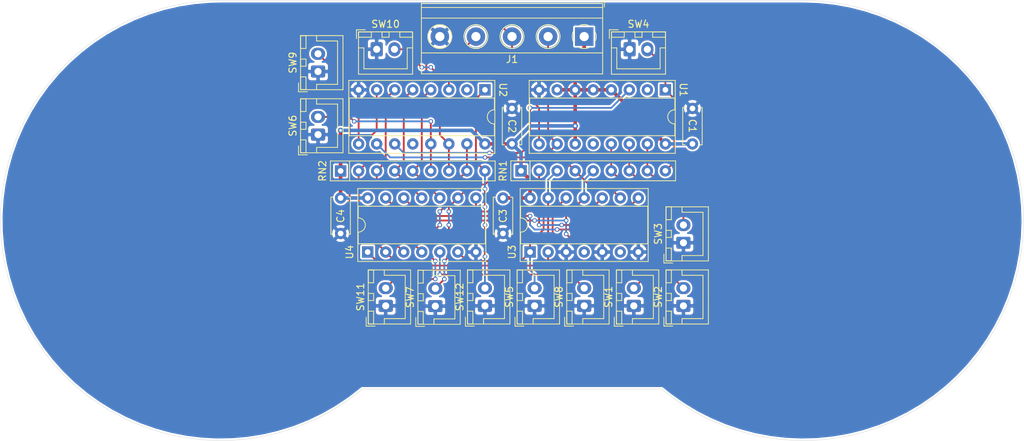
<source format=kicad_pcb>
(kicad_pcb (version 20171130) (host pcbnew 5.1.5)
  (layers (0 F.Cu signal) (31 B.Cu signal) (34 B.Paste user) (35 F.Paste user) (36 B.SilkS user) (37 F.SilkS user) (38 B.Mask user) (39 F.Mask user) (44 Edge.Cuts user))
  (net 0 "")
  (net 1 GND)
  (net 2 +5V)
  (net 3 /SNES_OUT)
  (net 4 /SNES_LAT)
  (net 5 /SNES_CLK)
  (net 6 "Net-(RN1-Pad9)")
  (net 7 "Net-(RN1-Pad8)")
  (net 8 "Net-(RN1-Pad7)")
  (net 9 "Net-(RN1-Pad6)")
  (net 10 "Net-(RN1-Pad5)")
  (net 11 "Net-(RN1-Pad4)")
  (net 12 "Net-(RN1-Pad3)")
  (net 13 "Net-(RN1-Pad2)")
  (net 14 "Net-(RN2-Pad9)")
  (net 15 "Net-(RN2-Pad8)")
  (net 16 "Net-(RN2-Pad7)")
  (net 17 "Net-(RN2-Pad6)")
  (net 18 "Net-(U1-Pad12)")
  (net 19 "Net-(U1-Pad3)")
  (net 20 "Net-(U1-Pad2)")
  (net 21 "Net-(U2-Pad12)")
  (net 22 "Net-(U2-Pad2)")
  (net 23 /UP)
  (net 24 /DOWN)
  (net 25 /LEFT)
  (net 26 /RIGHT)
  (net 27 "Net-(U3-Pad6)")
  (net 28 "Net-(U3-Pad12)")
  (net 29 "Net-(U3-Pad4)")
  (net 30 "Net-(U3-Pad10)")
  (net 31 "Net-(U3-Pad2)")
  (net 32 "Net-(U3-Pad8)")
  (module Package_DIP:DIP-14_W7.62mm_Socket (layer F.Cu) (at 2.54 4.445 90)
    (fp_text reference U3 (at 0 -2.54 90) (layer F.SilkS))
    (fp_text value 4069)
    (pad 14 thru_hole oval (at 7.62 0 90) (size 1.6 1.6) (drill 0.8) (layers *.Cu *.Mask) (net 2 +5V))
    (pad 7 thru_hole oval (at 0 15.24 90) (size 1.6 1.6) (drill 0.8) (layers *.Cu *.Mask) (net 1 GND))
    (pad 13 thru_hole oval (at 7.62 2.54 90) (size 1.6 1.6) (drill 0.8) (layers *.Cu *.Mask) (net 12 "Net-(RN1-Pad3)"))
    (pad 6 thru_hole oval (at 0 12.7 90) (size 1.6 1.6) (drill 0.8) (layers *.Cu *.Mask) (net 27 "Net-(U3-Pad6)"))
    (pad 12 thru_hole oval (at 7.62 5.08 90) (size 1.6 1.6) (drill 0.8) (layers *.Cu *.Mask) (net 28 "Net-(U3-Pad12)"))
    (pad 5 thru_hole oval (at 0 10.16 90) (size 1.6 1.6) (drill 0.8) (layers *.Cu *.Mask) (net 1 GND))
    (pad 11 thru_hole oval (at 7.62 7.62 90) (size 1.6 1.6) (drill 0.8) (layers *.Cu *.Mask) (net 10 "Net-(RN1-Pad5)"))
    (pad 4 thru_hole oval (at 0 7.62 90) (size 1.6 1.6) (drill 0.8) (layers *.Cu *.Mask) (net 29 "Net-(U3-Pad4)"))
    (pad 10 thru_hole oval (at 7.62 10.16 90) (size 1.6 1.6) (drill 0.8) (layers *.Cu *.Mask) (net 30 "Net-(U3-Pad10)"))
    (pad 3 thru_hole oval (at 0 5.08 90) (size 1.6 1.6) (drill 0.8) (layers *.Cu *.Mask) (net 1 GND))
    (pad 9 thru_hole oval (at 7.62 12.7 90) (size 1.6 1.6) (drill 0.8) (layers *.Cu *.Mask) (net 11 "Net-(RN1-Pad4)"))
    (pad 2 thru_hole oval (at 0 2.54 90) (size 1.6 1.6) (drill 0.8) (layers *.Cu *.Mask) (net 31 "Net-(U3-Pad2)"))
    (pad 8 thru_hole oval (at 7.62 15.24 90) (size 1.6 1.6) (drill 0.8) (layers *.Cu *.Mask) (net 32 "Net-(U3-Pad8)"))
    (pad 1 thru_hole rect (at 0 0 90) (size 1.6 1.6) (drill 0.8) (layers *.Cu *.Mask) (net 13 "Net-(RN1-Pad2)"))
  )
  (module Package_DIP:DIP-14_W7.62mm_Socket (layer F.Cu) (at -20.32 4.445 90)
    (fp_text reference U4 (at 0 -2.54 90) (layer F.SilkS))
    (fp_text value 4011)
    (pad 14 thru_hole oval (at 7.62 0 90) (size 1.6 1.6) (drill 0.8) (layers *.Cu *.Mask) (net 2 +5V))
    (pad 7 thru_hole oval (at 0 15.24 90) (size 1.6 1.6) (drill 0.8) (layers *.Cu *.Mask) (net 1 GND))
    (pad 13 thru_hole oval (at 7.62 2.54 90) (size 1.6 1.6) (drill 0.8) (layers *.Cu *.Mask) (net 10 "Net-(RN1-Pad5)"))
    (pad 6 thru_hole oval (at 0 12.7 90) (size 1.6 1.6) (drill 0.8) (layers *.Cu *.Mask) (net 13 "Net-(RN1-Pad2)"))
    (pad 12 thru_hole oval (at 7.62 5.08 90) (size 1.6 1.6) (drill 0.8) (layers *.Cu *.Mask) (net 32 "Net-(U3-Pad8)"))
    (pad 5 thru_hole oval (at 0 10.16 90) (size 1.6 1.6) (drill 0.8) (layers *.Cu *.Mask) (net 28 "Net-(U3-Pad12)"))
    (pad 11 thru_hole oval (at 7.62 7.62 90) (size 1.6 1.6) (drill 0.8) (layers *.Cu *.Mask) (net 24 /DOWN))
    (pad 4 thru_hole oval (at 0 7.62 90) (size 1.6 1.6) (drill 0.8) (layers *.Cu *.Mask) (net 25 /LEFT))
    (pad 10 thru_hole oval (at 7.62 10.16 90) (size 1.6 1.6) (drill 0.8) (layers *.Cu *.Mask) (net 23 /UP))
    (pad 3 thru_hole oval (at 0 5.08 90) (size 1.6 1.6) (drill 0.8) (layers *.Cu *.Mask) (net 26 /RIGHT))
    (pad 9 thru_hole oval (at 7.62 12.7 90) (size 1.6 1.6) (drill 0.8) (layers *.Cu *.Mask) (net 11 "Net-(RN1-Pad4)"))
    (pad 2 thru_hole oval (at 0 2.54 90) (size 1.6 1.6) (drill 0.8) (layers *.Cu *.Mask) (net 12 "Net-(RN1-Pad3)"))
    (pad 8 thru_hole oval (at 7.62 15.24 90) (size 1.6 1.6) (drill 0.8) (layers *.Cu *.Mask) (net 30 "Net-(U3-Pad10)"))
    (pad 1 thru_hole rect (at 0 0 90) (size 1.6 1.6) (drill 0.8) (layers *.Cu *.Mask) (net 31 "Net-(U3-Pad2)"))
  )
  (module Connector_JST:JST_XH_B2B-XH-A_1x02_P2.50mm_Vertical (layer F.Cu) (at -3.81 12.025 90)
    (fp_text reference SW12 (at 1.25 -3.55 90) (layer F.SilkS))
    (fp_text value B)
    (pad 2 thru_hole oval (at 2.5 0 90) (size 1.7 2) (drill 1) (layers *.Cu *.Mask) (net 14 "Net-(RN2-Pad9)"))
    (pad 1 thru_hole roundrect (at 0 0 90) (size 1.7 2) (drill 1) (layers *.Cu *.Mask) (roundrect_rratio 0.147059) (net 1 GND))
  )
  (module Connector_JST:JST_XH_B2B-XH-A_1x02_P2.50mm_Vertical (layer F.Cu) (at -17.78 12.025 90)
    (fp_text reference SW11 (at 1.25 -3.55 90) (layer F.SilkS))
    (fp_text value Y)
    (pad 2 thru_hole oval (at 2.5 0 90) (size 1.7 2) (drill 1) (layers *.Cu *.Mask) (net 15 "Net-(RN2-Pad8)"))
    (pad 1 thru_hole roundrect (at 0 0 90) (size 1.7 2) (drill 1) (layers *.Cu *.Mask) (roundrect_rratio 0.147059) (net 1 GND))
  )
  (module Connector_JST:JST_XH_B2B-XH-A_1x02_P2.50mm_Vertical (layer F.Cu) (at -19.05 -24.13)
    (fp_text reference SW10 (at 1.25 -3.55) (layer F.SilkS))
    (fp_text value SELECT)
    (pad 2 thru_hole oval (at 2.5 0) (size 1.7 2) (drill 1) (layers *.Cu *.Mask) (net 16 "Net-(RN2-Pad7)"))
    (pad 1 thru_hole roundrect (at 0 0) (size 1.7 2) (drill 1) (layers *.Cu *.Mask) (roundrect_rratio 0.147059) (net 1 GND))
  )
  (module Connector_JST:JST_XH_B2B-XH-A_1x02_P2.50mm_Vertical (layer F.Cu) (at -27.305 -20.995 90)
    (fp_text reference SW9 (at 1.25 -3.55 90) (layer F.SilkS))
    (fp_text value START)
    (pad 2 thru_hole oval (at 2.5 0 90) (size 1.7 2) (drill 1) (layers *.Cu *.Mask) (net 17 "Net-(RN2-Pad6)"))
    (pad 1 thru_hole roundrect (at 0 0 90) (size 1.7 2) (drill 1) (layers *.Cu *.Mask) (roundrect_rratio 0.147059) (net 1 GND))
  )
  (module Connector_JST:JST_XH_B2B-XH-A_1x02_P2.50mm_Vertical (layer F.Cu) (at 10.16 12.025 90)
    (fp_text reference SW8 (at 1.25 -3.55 90) (layer F.SilkS))
    (fp_text value UP)
    (pad 2 thru_hole oval (at 2.5 0 90) (size 1.7 2) (drill 1) (layers *.Cu *.Mask) (net 10 "Net-(RN1-Pad5)"))
    (pad 1 thru_hole roundrect (at 0 0 90) (size 1.7 2) (drill 1) (layers *.Cu *.Mask) (roundrect_rratio 0.147059) (net 1 GND))
  )
  (module Connector_JST:JST_XH_B2B-XH-A_1x02_P2.50mm_Vertical (layer F.Cu) (at -10.795 12.065 90)
    (fp_text reference SW7 (at 1.25 -3.55 90) (layer F.SilkS))
    (fp_text value DOWN)
    (pad 2 thru_hole oval (at 2.5 0 90) (size 1.7 2) (drill 1) (layers *.Cu *.Mask) (net 11 "Net-(RN1-Pad4)"))
    (pad 1 thru_hole roundrect (at 0 0 90) (size 1.7 2) (drill 1) (layers *.Cu *.Mask) (roundrect_rratio 0.147059) (net 1 GND))
  )
  (module Connector_JST:JST_XH_B2B-XH-A_1x02_P2.50mm_Vertical (layer F.Cu) (at -27.305 -12.105 90)
    (fp_text reference SW6 (at 1.25 -3.55 90) (layer F.SilkS))
    (fp_text value LEFT)
    (pad 2 thru_hole oval (at 2.5 0 90) (size 1.7 2) (drill 1) (layers *.Cu *.Mask) (net 12 "Net-(RN1-Pad3)"))
    (pad 1 thru_hole roundrect (at 0 0 90) (size 1.7 2) (drill 1) (layers *.Cu *.Mask) (roundrect_rratio 0.147059) (net 1 GND))
  )
  (module Connector_JST:JST_XH_B2B-XH-A_1x02_P2.50mm_Vertical (layer F.Cu) (at 3.175 12.025 90)
    (fp_text reference SW5 (at 1.25 -3.55 90) (layer F.SilkS))
    (fp_text value RIGHT)
    (pad 2 thru_hole oval (at 2.5 0 90) (size 1.7 2) (drill 1) (layers *.Cu *.Mask) (net 13 "Net-(RN1-Pad2)"))
    (pad 1 thru_hole roundrect (at 0 0 90) (size 1.7 2) (drill 1) (layers *.Cu *.Mask) (roundrect_rratio 0.147059) (net 1 GND))
  )
  (module Connector_JST:JST_XH_B2B-XH-A_1x02_P2.50mm_Vertical (layer F.Cu) (at 16.55 -24.13)
    (fp_text reference SW4 (at 1.25 -3.55) (layer F.SilkS))
    (fp_text value A)
    (pad 2 thru_hole oval (at 2.5 0) (size 1.7 2) (drill 1) (layers *.Cu *.Mask) (net 6 "Net-(RN1-Pad9)"))
    (pad 1 thru_hole roundrect (at 0 0) (size 1.7 2) (drill 1) (layers *.Cu *.Mask) (roundrect_rratio 0.147059) (net 1 GND))
  )
  (module Connector_JST:JST_XH_B2B-XH-A_1x02_P2.50mm_Vertical (layer F.Cu) (at 24.13 3.135 90)
    (fp_text reference SW3 (at 1.25 -3.55 90) (layer F.SilkS))
    (fp_text value X)
    (pad 2 thru_hole oval (at 2.5 0 90) (size 1.7 2) (drill 1) (layers *.Cu *.Mask) (net 7 "Net-(RN1-Pad8)"))
    (pad 1 thru_hole roundrect (at 0 0 90) (size 1.7 2) (drill 1) (layers *.Cu *.Mask) (roundrect_rratio 0.147059) (net 1 GND))
  )
  (module Connector_JST:JST_XH_B2B-XH-A_1x02_P2.50mm_Vertical (layer F.Cu) (at 24.13 12.025 90)
    (fp_text reference SW2 (at 1.25 -3.55 90) (layer F.SilkS))
    (fp_text value L)
    (pad 2 thru_hole oval (at 2.5 0 90) (size 1.7 2) (drill 1) (layers *.Cu *.Mask) (net 8 "Net-(RN1-Pad7)"))
    (pad 1 thru_hole roundrect (at 0 0 90) (size 1.7 2) (drill 1) (layers *.Cu *.Mask) (roundrect_rratio 0.147059) (net 1 GND))
  )
  (module Connector_JST:JST_XH_B2B-XH-A_1x02_P2.50mm_Vertical (layer F.Cu) (at 17.145 12.025 90)
    (fp_text reference SW1 (at 1.25 -3.55 90) (layer F.SilkS))
    (fp_text value R)
    (pad 2 thru_hole oval (at 2.5 0 90) (size 1.7 2) (drill 1) (layers *.Cu *.Mask) (net 9 "Net-(RN1-Pad6)"))
    (pad 1 thru_hole roundrect (at 0 0 90) (size 1.7 2) (drill 1) (layers *.Cu *.Mask) (roundrect_rratio 0.147059) (net 1 GND))
  )
  (module Capacitor_THT:C_Disc_D5.0mm_W2.5mm_P5.00mm (layer F.Cu) (at -24.13 -3.175 270)
    (fp_text reference C4 (at 2.54 0 90) (layer F.SilkS))
    (fp_text value 100n)
    (pad 2 thru_hole circle (at 5 0 270) (size 1.6 1.6) (drill 0.8) (layers *.Cu *.Mask) (net 1 GND))
    (pad 1 thru_hole circle (at 0 0 270) (size 1.6 1.6) (drill 0.8) (layers *.Cu *.Mask) (net 2 +5V))
  )
  (module Capacitor_THT:C_Disc_D5.0mm_W2.5mm_P5.00mm (layer F.Cu) (at -1.27 -3.175 270)
    (fp_text reference C3 (at 2.54 0 90) (layer F.SilkS))
    (fp_text value 100n)
    (pad 2 thru_hole circle (at 5 0 270) (size 1.6 1.6) (drill 0.8) (layers *.Cu *.Mask) (net 1 GND))
    (pad 1 thru_hole circle (at 0 0 270) (size 1.6 1.6) (drill 0.8) (layers *.Cu *.Mask) (net 2 +5V))
  )
  (module TerminalBlock_Phoenix:TerminalBlock_Phoenix_MKDS-1,5-5-5.08_1x05_P5.08mm_Horizontal (layer F.Cu) (at 10.16 -25.92 180)
    (fp_text reference J1 (at 10.16 -3.2) (layer F.SilkS))
    (fp_text value Conn_01x07 hide)
    (pad 5 thru_hole circle (at 20.32 0 180) (size 2.6 2.6) (drill 1.3) (layers *.Cu *.Mask) (net 1 GND))
    (pad 4 thru_hole circle (at 15.24 0 180) (size 2.6 2.6) (drill 1.3) (layers *.Cu *.Mask) (net 3 /SNES_OUT))
    (pad 3 thru_hole circle (at 10.16 0 180) (size 2.6 2.6) (drill 1.3) (layers *.Cu *.Mask) (net 4 /SNES_LAT))
    (pad 2 thru_hole circle (at 5.08 0 180) (size 2.6 2.6) (drill 1.3) (layers *.Cu *.Mask) (net 5 /SNES_CLK))
    (pad 1 thru_hole rect (at 0 0 180) (size 2.6 2.6) (drill 1.3) (layers *.Cu *.Mask) (net 2 +5V))
  )
  (module Package_DIP:DIP-16_W7.62mm_Socket (layer F.Cu) (at 21.59 -18.415 270)
    (fp_text reference U1 (at 0 -2.54 270 unlocked) (layer F.SilkS))
    (fp_text value 4021)
    (pad 16 thru_hole oval (at 7.62 0 270) (size 1.6 1.6) (drill 0.8) (layers *.Cu *.Mask) (net 2 +5V))
    (pad 8 thru_hole oval (at 0 17.78 270) (size 1.6 1.6) (drill 0.8) (layers *.Cu *.Mask) (net 1 GND))
    (pad 15 thru_hole oval (at 7.62 2.54 270) (size 1.6 1.6) (drill 0.8) (layers *.Cu *.Mask) (net 7 "Net-(RN1-Pad8)"))
    (pad 7 thru_hole oval (at 0 15.24 270) (size 1.6 1.6) (drill 0.8) (layers *.Cu *.Mask) (net 2 +5V))
    (pad 14 thru_hole oval (at 7.62 5.08 270) (size 1.6 1.6) (drill 0.8) (layers *.Cu *.Mask) (net 8 "Net-(RN1-Pad7)"))
    (pad 6 thru_hole oval (at 0 12.7 270) (size 1.6 1.6) (drill 0.8) (layers *.Cu *.Mask) (net 2 +5V))
    (pad 13 thru_hole oval (at 7.62 7.62 270) (size 1.6 1.6) (drill 0.8) (layers *.Cu *.Mask) (net 9 "Net-(RN1-Pad6)"))
    (pad 5 thru_hole oval (at 0 10.16 270) (size 1.6 1.6) (drill 0.8) (layers *.Cu *.Mask) (net 2 +5V))
    (pad 12 thru_hole oval (at 7.62 10.16 270) (size 1.6 1.6) (drill 0.8) (layers *.Cu *.Mask) (net 18 "Net-(U1-Pad12)"))
    (pad 4 thru_hole oval (at 0 7.62 270) (size 1.6 1.6) (drill 0.8) (layers *.Cu *.Mask) (net 2 +5V))
    (pad 11 thru_hole oval (at 7.62 12.7 270) (size 1.6 1.6) (drill 0.8) (layers *.Cu *.Mask) (net 2 +5V))
    (pad 3 thru_hole oval (at 0 5.08 270) (size 1.6 1.6) (drill 0.8) (layers *.Cu *.Mask) (net 19 "Net-(U1-Pad3)"))
    (pad 10 thru_hole oval (at 7.62 15.24 270) (size 1.6 1.6) (drill 0.8) (layers *.Cu *.Mask) (net 5 /SNES_CLK))
    (pad 2 thru_hole oval (at 0 2.54 270) (size 1.6 1.6) (drill 0.8) (layers *.Cu *.Mask) (net 20 "Net-(U1-Pad2)"))
    (pad 9 thru_hole oval (at 7.62 17.78 270) (size 1.6 1.6) (drill 0.8) (layers *.Cu *.Mask) (net 4 /SNES_LAT))
    (pad 1 thru_hole rect (at 0 0 270) (size 1.6 1.6) (drill 0.8) (layers *.Cu *.Mask) (net 6 "Net-(RN1-Pad9)"))
  )
  (module Package_DIP:DIP-16_W7.62mm_Socket (layer F.Cu) (at -3.81 -18.415 270)
    (fp_text reference U2 (at 0 -2.54 270 unlocked) (layer F.SilkS))
    (fp_text value 4021)
    (pad 16 thru_hole oval (at 7.62 0 270) (size 1.6 1.6) (drill 0.8) (layers *.Cu *.Mask) (net 2 +5V))
    (pad 8 thru_hole oval (at 0 17.78 270) (size 1.6 1.6) (drill 0.8) (layers *.Cu *.Mask) (net 1 GND))
    (pad 15 thru_hole oval (at 7.62 2.54 270) (size 1.6 1.6) (drill 0.8) (layers *.Cu *.Mask) (net 15 "Net-(RN2-Pad8)"))
    (pad 7 thru_hole oval (at 0 15.24 270) (size 1.6 1.6) (drill 0.8) (layers *.Cu *.Mask) (net 26 /RIGHT))
    (pad 14 thru_hole oval (at 7.62 5.08 270) (size 1.6 1.6) (drill 0.8) (layers *.Cu *.Mask) (net 16 "Net-(RN2-Pad7)"))
    (pad 6 thru_hole oval (at 0 12.7 270) (size 1.6 1.6) (drill 0.8) (layers *.Cu *.Mask) (net 25 /LEFT))
    (pad 13 thru_hole oval (at 7.62 7.62 270) (size 1.6 1.6) (drill 0.8) (layers *.Cu *.Mask) (net 17 "Net-(RN2-Pad6)"))
    (pad 5 thru_hole oval (at 0 10.16 270) (size 1.6 1.6) (drill 0.8) (layers *.Cu *.Mask) (net 24 /DOWN))
    (pad 12 thru_hole oval (at 7.62 10.16 270) (size 1.6 1.6) (drill 0.8) (layers *.Cu *.Mask) (net 21 "Net-(U2-Pad12)"))
    (pad 4 thru_hole oval (at 0 7.62 270) (size 1.6 1.6) (drill 0.8) (layers *.Cu *.Mask) (net 23 /UP))
    (pad 11 thru_hole oval (at 7.62 12.7 270) (size 1.6 1.6) (drill 0.8) (layers *.Cu *.Mask) (net 19 "Net-(U1-Pad3)"))
    (pad 3 thru_hole oval (at 0 5.08 270) (size 1.6 1.6) (drill 0.8) (layers *.Cu *.Mask) (net 3 /SNES_OUT))
    (pad 10 thru_hole oval (at 7.62 15.24 270) (size 1.6 1.6) (drill 0.8) (layers *.Cu *.Mask) (net 5 /SNES_CLK))
    (pad 2 thru_hole oval (at 0 2.54 270) (size 1.6 1.6) (drill 0.8) (layers *.Cu *.Mask) (net 22 "Net-(U2-Pad2)"))
    (pad 9 thru_hole oval (at 7.62 17.78 270) (size 1.6 1.6) (drill 0.8) (layers *.Cu *.Mask) (net 4 /SNES_LAT))
    (pad 1 thru_hole rect (at 0 0 270) (size 1.6 1.6) (drill 0.8) (layers *.Cu *.Mask) (net 14 "Net-(RN2-Pad9)"))
  )
  (module Resistor_THT:R_Array_SIP9 (layer F.Cu) (at -24.13 -6.985)
    (fp_text reference RN2 (at -2.54 0 90) (layer F.SilkS))
    (fp_text value 10k)
    (pad 9 thru_hole oval (at 20.32 0) (size 1.6 1.6) (drill 0.8) (layers *.Cu *.Mask) (net 14 "Net-(RN2-Pad9)"))
    (pad 8 thru_hole oval (at 17.78 0) (size 1.6 1.6) (drill 0.8) (layers *.Cu *.Mask) (net 15 "Net-(RN2-Pad8)"))
    (pad 7 thru_hole oval (at 15.24 0) (size 1.6 1.6) (drill 0.8) (layers *.Cu *.Mask) (net 16 "Net-(RN2-Pad7)"))
    (pad 6 thru_hole oval (at 12.7 0) (size 1.6 1.6) (drill 0.8) (layers *.Cu *.Mask) (net 17 "Net-(RN2-Pad6)"))
    (pad 5 thru_hole oval (at 10.16 0) (size 1.6 1.6) (drill 0.8) (layers *.Cu *.Mask) (net 23 /UP))
    (pad 4 thru_hole oval (at 7.62 0) (size 1.6 1.6) (drill 0.8) (layers *.Cu *.Mask) (net 24 /DOWN))
    (pad 3 thru_hole oval (at 5.08 0) (size 1.6 1.6) (drill 0.8) (layers *.Cu *.Mask) (net 25 /LEFT))
    (pad 2 thru_hole oval (at 2.54 0) (size 1.6 1.6) (drill 0.8) (layers *.Cu *.Mask) (net 26 /RIGHT))
    (pad 1 thru_hole rect (at 0 0) (size 1.6 1.6) (drill 0.8) (layers *.Cu *.Mask) (net 2 +5V))
  )
  (module Resistor_THT:R_Array_SIP9 (layer F.Cu) (at 1.27 -7)
    (fp_text reference RN1 (at -2.54 0.015 270) (layer F.SilkS))
    (fp_text value 10k)
    (pad 9 thru_hole oval (at 20.32 0) (size 1.6 1.6) (drill 0.8) (layers *.Cu *.Mask) (net 6 "Net-(RN1-Pad9)"))
    (pad 8 thru_hole oval (at 17.78 0) (size 1.6 1.6) (drill 0.8) (layers *.Cu *.Mask) (net 7 "Net-(RN1-Pad8)"))
    (pad 7 thru_hole oval (at 15.24 0) (size 1.6 1.6) (drill 0.8) (layers *.Cu *.Mask) (net 8 "Net-(RN1-Pad7)"))
    (pad 6 thru_hole oval (at 12.7 0) (size 1.6 1.6) (drill 0.8) (layers *.Cu *.Mask) (net 9 "Net-(RN1-Pad6)"))
    (pad 5 thru_hole oval (at 10.16 0) (size 1.6 1.6) (drill 0.8) (layers *.Cu *.Mask) (net 10 "Net-(RN1-Pad5)"))
    (pad 4 thru_hole oval (at 7.62 0) (size 1.6 1.6) (drill 0.8) (layers *.Cu *.Mask) (net 11 "Net-(RN1-Pad4)"))
    (pad 3 thru_hole oval (at 5.08 0) (size 1.6 1.6) (drill 0.8) (layers *.Cu *.Mask) (net 12 "Net-(RN1-Pad3)"))
    (pad 2 thru_hole oval (at 2.54 0) (size 1.6 1.6) (drill 0.8) (layers *.Cu *.Mask) (net 13 "Net-(RN1-Pad2)"))
    (pad 1 thru_hole rect (at 0 0) (size 1.6 1.6) (drill 0.8) (layers *.Cu *.Mask) (net 2 +5V))
  )
  (module Capacitor_THT:C_Disc_D5.0mm_W2.5mm_P5.00mm (layer F.Cu) (at 0 -10.795 90)
    (fp_text reference C2 (at 2.5 0 270 unlocked) (layer F.SilkS))
    (fp_text value 100n)
    (pad 1 thru_hole circle (at 0 0 90) (size 1.6 1.6) (drill 0.8) (layers *.Cu *.Mask) (net 2 +5V))
    (pad 2 thru_hole circle (at 5 0 90) (size 1.6 1.6) (drill 0.8) (layers *.Cu *.Mask) (net 1 GND))
  )
  (module Capacitor_THT:C_Disc_D5.0mm_W2.5mm_P5.00mm (layer F.Cu) (at 25.4 -10.795 90)
    (fp_text reference C1 (at 2.54 0 270 unlocked) (layer F.SilkS))
    (fp_text value 100n)
    (pad 2 thru_hole circle (at 5 0 90) (size 1.6 1.6) (drill 0.8) (layers *.Cu *.Mask) (net 1 GND))
    (pad 1 thru_hole circle (at 0 0 90) (size 1.6 1.6) (drill 0.8) (layers *.Cu *.Mask) (net 2 +5V))
  )
  (gr_arc (start -41 0) (end -41 -31) (angle -220) (layer Edge.Cuts) (width 0.05))
  (gr_line (start 21.073584 23.747378) (end -21.073584 23.747378) (layer Edge.Cuts) (width 0.05))
  (gr_arc (start 41 0) (end 41 -31) (angle 220) (layer Edge.Cuts) (width 0.05))
  (gr_line (start 41 -31) (end -41 -31) (layer Edge.Cuts) (width 0.05))
  (segment (start 13.97 -18.415) (end 6.35 -18.415) (width 0.508) (layer F.Cu) (net 2))
  (segment (start 1.27 -9.525) (end 0 -10.795) (width 0.508) (layer B.Cu) (net 2))
  (segment (start 1.27 -7) (end 1.27 -9.525) (width 0.508) (layer B.Cu) (net 2))
  (segment (start 0 -10.795) (end -3.81 -10.795) (width 0.508) (layer F.Cu) (net 2))
  (segment (start 8.89 -18.415) (end 8.89 -20.955) (width 0.508) (layer F.Cu) (net 2))
  (segment (start 10.16 -22.225) (end 10.16 -25.92) (width 0.508) (layer F.Cu) (net 2))
  (segment (start 8.89 -20.955) (end 10.16 -22.225) (width 0.508) (layer F.Cu) (net 2))
  (segment (start 8.89 -18.415) (end 8.89 -13.335) (width 0.508) (layer F.Cu) (net 2))
  (segment (start 8.89 -10.795) (end 8.89 -13.335) (width 0.508) (layer F.Cu) (net 2))
  (via (at 8.89 -13.335) (size 0.762) (drill 0.381) (layers F.Cu B.Cu) (net 2))
  (segment (start 2.54 -13.335) (end 0 -10.795) (width 0.508) (layer B.Cu) (net 2))
  (segment (start 8.89 -13.335) (end 2.54 -13.335) (width 0.508) (layer B.Cu) (net 2))
  (segment (start 21.59 -10.795) (end 25.4 -10.795) (width 0.508) (layer B.Cu) (net 2))
  (segment (start 2.54 -3.175) (end -1.27 -3.175) (width 0.508) (layer F.Cu) (net 2))
  (segment (start -20.32 -3.175) (end -24.13 -3.175) (width 0.508) (layer B.Cu) (net 2))
  (segment (start -24.13 -3.175) (end -24.13 -6.985) (width 0.508) (layer F.Cu) (net 2))
  (segment (start 2.54 -5.73) (end 1.27 -7) (width 0.508) (layer F.Cu) (net 2))
  (segment (start 2.54 -3.175) (end 2.54 -5.73) (width 0.508) (layer F.Cu) (net 2))
  (segment (start 21.59 -10.795) (end 13.97 -18.415) (width 0.508) (layer F.Cu) (net 2))
  (segment (start -5.715 -12.7) (end -24.13 -12.7) (width 0.508) (layer B.Cu) (net 2))
  (via (at -24.13 -12.7) (size 0.762) (drill 0.381) (layers F.Cu B.Cu) (net 2))
  (segment (start -24.13 -6.985) (end -24.13 -12.7) (width 0.508) (layer F.Cu) (net 2))
  (segment (start -3.81 -10.795) (end -5.715 -12.7) (width 0.508) (layer B.Cu) (net 2))
  (segment (start -8.89 -22.11) (end -5.08 -25.92) (width 0.254) (layer F.Cu) (net 3))
  (segment (start -8.89 -18.415) (end -8.89 -22.11) (width 0.254) (layer F.Cu) (net 3))
  (segment (start 0 -19.685) (end 3.81 -15.875) (width 0.254) (layer F.Cu) (net 4))
  (segment (start 0 -25.92) (end 0 -19.685) (width 0.254) (layer F.Cu) (net 4))
  (segment (start 3.81 -15.875) (end 3.81 -11.92637) (width 0.254) (layer F.Cu) (net 4))
  (segment (start 3.81 -11.92637) (end 3.81 -10.795) (width 0.254) (layer F.Cu) (net 4))
  (segment (start -2.02 -27.94) (end 0 -25.92) (width 0.254) (layer F.Cu) (net 4))
  (segment (start -11.43 -27.94) (end -2.02 -27.94) (width 0.254) (layer F.Cu) (net 4))
  (segment (start -12.065 -20.955) (end -12.065 -27.305) (width 0.254) (layer F.Cu) (net 4))
  (segment (start -21.59 -16.51) (end -20.32 -17.78) (width 0.254) (layer F.Cu) (net 4))
  (segment (start -12.065 -27.305) (end -11.43 -27.94) (width 0.254) (layer F.Cu) (net 4))
  (segment (start -21.59 -10.795) (end -21.59 -16.51) (width 0.254) (layer F.Cu) (net 4))
  (segment (start -12.7 -20.32) (end -12.065 -20.955) (width 0.254) (layer F.Cu) (net 4))
  (segment (start -20.32 -17.78) (end -20.32 -19.685) (width 0.254) (layer F.Cu) (net 4))
  (segment (start -20.32 -19.685) (end -19.685 -20.32) (width 0.254) (layer F.Cu) (net 4))
  (segment (start -19.685 -20.32) (end -12.7 -20.32) (width 0.254) (layer F.Cu) (net 4))
  (segment (start 5.08 -12.065) (end 6.35 -10.795) (width 0.254) (layer F.Cu) (net 5))
  (segment (start 5.08 -25.92) (end 5.08 -12.065) (width 0.254) (layer F.Cu) (net 5))
  (segment (start -3.81 -8.89) (end 4.445 -8.89) (width 0.254) (layer F.Cu) (net 5))
  (segment (start -19.05 -10.795) (end -18.415 -10.16) (width 0.254) (layer B.Cu) (net 5))
  (segment (start -18.415 -10.16) (end -17.145 -8.89) (width 0.254) (layer B.Cu) (net 5))
  (segment (start 4.445 -8.89) (end 6.35 -10.795) (width 0.254) (layer F.Cu) (net 5))
  (via (at -3.81 -8.89) (size 0.635) (drill 0.381) (layers F.Cu B.Cu) (net 5))
  (segment (start -17.145 -8.89) (end -3.81 -8.89) (width 0.254) (layer B.Cu) (net 5))
  (segment (start 22.86 -8.27) (end 21.59 -7) (width 0.254) (layer F.Cu) (net 6))
  (segment (start 21.59 -18.415) (end 22.86 -17.145) (width 0.254) (layer F.Cu) (net 6))
  (segment (start 22.86 -17.145) (end 22.86 -8.27) (width 0.254) (layer F.Cu) (net 6))
  (segment (start 21.59 -18.415) (end 21.59 -21.59) (width 0.254) (layer F.Cu) (net 6))
  (segment (start 21.59 -21.59) (end 19.05 -24.13) (width 0.254) (layer F.Cu) (net 6))
  (segment (start 19.05 -6.985) (end 19.05 -10.795) (width 0.254) (layer F.Cu) (net 7))
  (segment (start 24.13 -1.92) (end 19.05 -7) (width 0.254) (layer F.Cu) (net 7))
  (segment (start 24.13 0.635) (end 24.13 -1.92) (width 0.254) (layer F.Cu) (net 7))
  (segment (start 16.51 -6.985) (end 16.51 -10.795) (width 0.254) (layer F.Cu) (net 8))
  (segment (start 16.51 -7) (end 16.51 -6.985) (width 0.254) (layer F.Cu) (net 8))
  (segment (start 20.955 -3.81) (end 20.955 6.35) (width 0.254) (layer F.Cu) (net 8))
  (segment (start 16.51 -7) (end 17.795 -5.715) (width 0.254) (layer F.Cu) (net 8))
  (segment (start 20.955 6.35) (end 24.13 9.525) (width 0.254) (layer F.Cu) (net 8))
  (segment (start 19.05 -5.715) (end 20.955 -3.81) (width 0.254) (layer F.Cu) (net 8))
  (segment (start 17.795 -5.715) (end 19.05 -5.715) (width 0.254) (layer F.Cu) (net 8))
  (segment (start 13.97 -6.985) (end 13.97 -10.795) (width 0.254) (layer F.Cu) (net 9))
  (segment (start 17.145 9.525) (end 16.51 8.89) (width 0.254) (layer F.Cu) (net 9))
  (segment (start 13.97 -7) (end 13.97 -6.985) (width 0.254) (layer F.Cu) (net 9))
  (segment (start 19.685 -3.81) (end 19.05 -4.445) (width 0.254) (layer F.Cu) (net 9))
  (segment (start 17.145 9.525) (end 19.685 6.985) (width 0.254) (layer F.Cu) (net 9))
  (segment (start 16.525 -4.445) (end 13.97 -7) (width 0.254) (layer F.Cu) (net 9))
  (segment (start 19.05 -4.445) (end 16.525 -4.445) (width 0.254) (layer F.Cu) (net 9))
  (segment (start 19.685 6.985) (end 19.685 -3.81) (width 0.254) (layer F.Cu) (net 9))
  (segment (start 10.16 -5.73) (end 11.43 -7) (width 0.254) (layer B.Cu) (net 10))
  (segment (start 10.16 -3.175) (end 10.16 -5.73) (width 0.254) (layer B.Cu) (net 10))
  (segment (start -14.605 0) (end 2.725988 0) (width 0.254) (layer F.Cu) (net 10))
  (segment (start 2.725988 0) (end 3.175 0) (width 0.254) (layer F.Cu) (net 10))
  (segment (start -17.78 -3.175) (end -14.605 0) (width 0.254) (layer F.Cu) (net 10))
  (via (at 3.175 0) (size 0.635) (drill 0.381) (layers F.Cu B.Cu) (net 10))
  (segment (start 3.175 0) (end 6.35 0) (width 0.254) (layer B.Cu) (net 10))
  (segment (start 10.16 9.525) (end 9.525 8.89) (width 0.254) (layer F.Cu) (net 10))
  (segment (start 9.525 8.89) (end 8.89 8.255) (width 0.254) (layer F.Cu) (net 10))
  (via (at 7.62 1.905) (size 0.635) (drill 0.381) (layers F.Cu B.Cu) (net 10))
  (segment (start 8.89 8.255) (end 8.89 3.175) (width 0.254) (layer F.Cu) (net 10))
  (segment (start 8.89 3.175) (end 7.62 1.905) (width 0.254) (layer F.Cu) (net 10))
  (segment (start 7.62 1.905) (end 7.62 0.635) (width 0.254) (layer B.Cu) (net 10))
  (segment (start 7.62 0.635) (end 7.62 0) (width 0.254) (layer B.Cu) (net 10))
  (via (at 7.62 0) (size 0.635) (drill 0.381) (layers F.Cu B.Cu) (net 10))
  (segment (start 7.62 -0.635) (end 7.62 0) (width 0.254) (layer F.Cu) (net 10))
  (segment (start 10.16 -3.175) (end 7.62 -0.635) (width 0.254) (layer F.Cu) (net 10))
  (segment (start 7.62 0) (end 6.35 0) (width 0.254) (layer B.Cu) (net 10))
  (segment (start 10.81 -5.08) (end 8.89 -7) (width 0.254) (layer F.Cu) (net 11))
  (segment (start 15.24 -3.175) (end 13.335 -5.08) (width 0.254) (layer F.Cu) (net 11))
  (segment (start 13.335 -5.08) (end 10.81 -5.08) (width 0.254) (layer F.Cu) (net 11))
  (segment (start 8.89 -7) (end 8.875 -7) (width 0.254) (layer F.Cu) (net 11))
  (segment (start 8.875 -7) (end 7.62 -8.255) (width 0.254) (layer F.Cu) (net 11))
  (segment (start 7.62 -8.255) (end -0.635 -8.255) (width 0.254) (layer F.Cu) (net 11))
  (segment (start -0.635 -8.255) (end -3.81 -5.08) (width 0.254) (layer F.Cu) (net 11))
  (segment (start -5.715 -5.08) (end -7.62 -3.175) (width 0.254) (layer F.Cu) (net 11))
  (segment (start -3.81 -5.08) (end -5.715 -5.08) (width 0.254) (layer F.Cu) (net 11))
  (segment (start -10.795 9.565) (end -10.795 9.525) (width 0.254) (layer B.Cu) (net 11))
  (segment (start -10.795 9.565) (end -10.795 9.525) (width 0.254) (layer F.Cu) (net 11))
  (via (at -9.525 8.255) (size 0.635) (drill 0.381) (layers F.Cu B.Cu) (net 11))
  (segment (start -10.795 9.525) (end -9.525 8.255) (width 0.254) (layer F.Cu) (net 11))
  (via (at -8.89 0.635) (size 0.635) (drill 0.381) (layers F.Cu B.Cu) (net 11))
  (via (at -8.89 -1.27) (size 0.635) (drill 0.381) (layers F.Cu B.Cu) (net 11))
  (segment (start -8.89 0.635) (end -8.89 -1.27) (width 0.254) (layer B.Cu) (net 11))
  (segment (start -8.89 -1.905) (end -7.62 -3.175) (width 0.254) (layer F.Cu) (net 11))
  (segment (start -8.89 -1.27) (end -8.89 -1.905) (width 0.254) (layer F.Cu) (net 11))
  (via (at -9.525 5.715) (size 0.635) (drill 0.381) (layers F.Cu B.Cu) (net 11))
  (segment (start -8.89 5.08) (end -9.525 5.715) (width 0.254) (layer F.Cu) (net 11))
  (segment (start -8.89 0.635) (end -8.89 5.08) (width 0.254) (layer F.Cu) (net 11))
  (segment (start -9.525 8.255) (end -9.525 5.715) (width 0.254) (layer B.Cu) (net 11))
  (segment (start 5.08 -5.73) (end 6.35 -7) (width 0.254) (layer B.Cu) (net 12))
  (segment (start 5.08 -3.175) (end 5.08 -5.73) (width 0.254) (layer B.Cu) (net 12))
  (segment (start 5.08 -3.175) (end 5.08 1.905) (width 0.254) (layer F.Cu) (net 12))
  (segment (start 3.81 3.175) (end 3.81 5.715) (width 0.254) (layer F.Cu) (net 12))
  (segment (start 3.81 5.715) (end 3.175 6.35) (width 0.254) (layer F.Cu) (net 12))
  (segment (start -15.875 6.35) (end -17.78 4.445) (width 0.254) (layer F.Cu) (net 12))
  (segment (start 3.175 6.35) (end -15.875 6.35) (width 0.254) (layer F.Cu) (net 12))
  (segment (start 5.08 1.905) (end 3.81 3.175) (width 0.254) (layer F.Cu) (net 12))
  (segment (start -22.86 -13.335) (end -22.86 -0.635) (width 0.254) (layer F.Cu) (net 12))
  (segment (start -27.305 -14.605) (end -24.13 -14.605) (width 0.254) (layer F.Cu) (net 12))
  (segment (start -22.86 -0.635) (end -17.78 4.445) (width 0.254) (layer F.Cu) (net 12))
  (segment (start -24.13 -14.605) (end -22.86 -13.335) (width 0.254) (layer F.Cu) (net 12))
  (segment (start -6.35 5.715) (end -7.62 4.445) (width 0.254) (layer F.Cu) (net 13))
  (segment (start 2.54 4.445) (end 1.27 5.715) (width 0.254) (layer F.Cu) (net 13))
  (segment (start 1.27 5.715) (end -6.35 5.715) (width 0.254) (layer F.Cu) (net 13))
  (segment (start 4.445 -1.905) (end 4.445 1.27) (width 0.254) (layer F.Cu) (net 13))
  (segment (start 2.54 3.175) (end 2.54 4.445) (width 0.254) (layer F.Cu) (net 13))
  (segment (start 4.445 1.27) (end 2.54 3.175) (width 0.254) (layer F.Cu) (net 13))
  (segment (start 3.81 -7) (end 3.81 -2.54) (width 0.254) (layer F.Cu) (net 13))
  (segment (start 3.81 -2.54) (end 4.445 -1.905) (width 0.254) (layer F.Cu) (net 13))
  (segment (start 3.175 9.525) (end 3.175 7.62) (width 0.254) (layer B.Cu) (net 13))
  (segment (start 2.54 6.985) (end 2.54 4.445) (width 0.254) (layer B.Cu) (net 13))
  (segment (start 3.175 7.62) (end 2.54 6.985) (width 0.254) (layer B.Cu) (net 13))
  (segment (start -5.08 -17.145) (end -3.81 -18.415) (width 0.254) (layer F.Cu) (net 14))
  (segment (start -3.81 -6.985) (end -5.08 -8.255) (width 0.254) (layer F.Cu) (net 14))
  (segment (start -5.08 -8.255) (end -5.08 -17.145) (width 0.254) (layer F.Cu) (net 14))
  (via (at -3.81 5.08) (size 0.635) (drill 0.381) (layers F.Cu B.Cu) (net 14))
  (segment (start -3.81 9.525) (end -3.81 5.08) (width 0.254) (layer B.Cu) (net 14))
  (via (at -3.81 0.635) (size 0.635) (drill 0.381) (layers F.Cu B.Cu) (net 14))
  (segment (start -3.81 5.08) (end -3.81 0.635) (width 0.254) (layer F.Cu) (net 14))
  (via (at -3.81 -1.905) (size 0.635) (drill 0.381) (layers F.Cu B.Cu) (net 14))
  (segment (start -3.81 0.635) (end -3.81 -1.905) (width 0.254) (layer B.Cu) (net 14))
  (segment (start -3.81 -1.905) (end -3.81 -4.445) (width 0.254) (layer F.Cu) (net 14))
  (via (at -3.81 -4.445) (size 0.635) (drill 0.381) (layers F.Cu B.Cu) (net 14))
  (segment (start -3.81 -4.445) (end -3.81 -6.985) (width 0.254) (layer B.Cu) (net 14))
  (segment (start -6.35 -6.985) (end -6.35 -10.795) (width 0.254) (layer F.Cu) (net 15))
  (via (at -10.16 0.635) (size 0.635) (drill 0.381) (layers F.Cu B.Cu) (net 15))
  (via (at -10.16 -1.27) (size 0.635) (drill 0.381) (layers F.Cu B.Cu) (net 15))
  (segment (start -10.16 0.635) (end -10.16 -1.27) (width 0.254) (layer B.Cu) (net 15))
  (segment (start -10.16 -1.27) (end -8.89 -2.54) (width 0.254) (layer F.Cu) (net 15))
  (segment (start -8.89 -4.445) (end -6.35 -6.985) (width 0.254) (layer F.Cu) (net 15))
  (segment (start -8.89 -2.54) (end -8.89 -4.445) (width 0.254) (layer F.Cu) (net 15))
  (segment (start -10.16 0.635) (end -11.43 1.905) (width 0.254) (layer F.Cu) (net 15))
  (segment (start -11.43 1.905) (end -11.43 5.08) (width 0.254) (layer F.Cu) (net 15))
  (via (at -10.795 5.715) (size 0.635) (drill 0.381) (layers F.Cu B.Cu) (net 15))
  (segment (start -11.43 5.08) (end -11.112499 5.397501) (width 0.254) (layer F.Cu) (net 15))
  (segment (start -11.112499 5.397501) (end -10.795 5.715) (width 0.254) (layer F.Cu) (net 15))
  (via (at -10.795 8.245084) (size 0.635) (drill 0.381) (layers F.Cu B.Cu) (net 15))
  (segment (start -10.795 5.715) (end -10.795 8.245084) (width 0.254) (layer B.Cu) (net 15))
  (segment (start -10.795 8.245084) (end -16.500084 8.245084) (width 0.254) (layer F.Cu) (net 15))
  (segment (start -16.500084 8.245084) (end -17.78 9.525) (width 0.254) (layer F.Cu) (net 15))
  (segment (start -8.89 -8.11637) (end -8.89 -10.795) (width 0.254) (layer F.Cu) (net 16))
  (segment (start -8.89 -6.985) (end -8.89 -8.11637) (width 0.254) (layer F.Cu) (net 16))
  (via (at -11.43 -21.59) (size 0.635) (drill 0.381) (layers F.Cu B.Cu) (net 16))
  (via (at -12.7 -21.59) (size 0.635) (drill 0.381) (layers F.Cu B.Cu) (net 16))
  (segment (start -11.43 -21.59) (end -12.7 -21.59) (width 0.254) (layer B.Cu) (net 16))
  (segment (start -12.7 -21.59) (end -15.24 -24.13) (width 0.254) (layer F.Cu) (net 16))
  (segment (start -15.24 -24.13) (end -16.55 -24.13) (width 0.254) (layer F.Cu) (net 16))
  (segment (start -10.16 -20.32) (end -11.43 -21.59) (width 0.254) (layer F.Cu) (net 16))
  (segment (start -8.89 -10.795) (end -10.16 -12.065) (width 0.254) (layer F.Cu) (net 16))
  (segment (start -10.16 -12.065) (end -10.16 -20.32) (width 0.254) (layer F.Cu) (net 16))
  (segment (start -11.43 -6.985) (end -11.43 -10.795) (width 0.254) (layer F.Cu) (net 17))
  (segment (start -27.305 -23.495) (end -26.67 -22.86) (width 0.254) (layer F.Cu) (net 17))
  (segment (start -26.67 -22.86) (end -24.13 -20.32) (width 0.254) (layer F.Cu) (net 17))
  (segment (start -24.13 -20.32) (end -23.495 -19.685) (width 0.254) (layer F.Cu) (net 17))
  (segment (start -23.495 -19.685) (end -23.495 -15.24) (width 0.254) (layer F.Cu) (net 17))
  (via (at -22.225 -13.97) (size 0.635) (drill 0.381) (layers F.Cu B.Cu) (net 17))
  (segment (start -23.495 -15.24) (end -22.225 -13.97) (width 0.254) (layer F.Cu) (net 17))
  (via (at -11.43 -13.97) (size 0.635) (drill 0.381) (layers F.Cu B.Cu) (net 17))
  (segment (start -22.225 -13.97) (end -11.43 -13.97) (width 0.254) (layer B.Cu) (net 17))
  (segment (start -11.43 -13.97) (end -11.43 -10.795) (width 0.254) (layer F.Cu) (net 17))
  (segment (start -15.24 -9.525) (end -3.175 -9.525) (width 0.254) (layer B.Cu) (net 19))
  (segment (start -16.51 -10.795) (end -15.24 -9.525) (width 0.254) (layer B.Cu) (net 19))
  (segment (start 2.54 -15.425988) (end 2.54 -15.875) (width 0.254) (layer F.Cu) (net 19))
  (segment (start 16.51 -18.415) (end 13.97 -15.875) (width 0.254) (layer B.Cu) (net 19))
  (segment (start 13.97 -15.875) (end 2.989012 -15.875) (width 0.254) (layer B.Cu) (net 19))
  (segment (start -3.175 -9.525) (end 1.27 -9.525) (width 0.254) (layer F.Cu) (net 19))
  (segment (start 1.27 -9.525) (end 2.54 -10.795) (width 0.254) (layer F.Cu) (net 19))
  (segment (start 2.54 -10.795) (end 2.54 -15.425988) (width 0.254) (layer F.Cu) (net 19))
  (via (at 2.54 -15.875) (size 0.635) (drill 0.381) (layers F.Cu B.Cu) (net 19))
  (segment (start 2.989012 -15.875) (end 2.54 -15.875) (width 0.254) (layer B.Cu) (net 19))
  (via (at -3.175 -9.525) (size 0.635) (drill 0.381) (layers F.Cu B.Cu) (net 19))
  (segment (start -10.16 -3.175) (end -13.97 -6.985) (width 0.254) (layer F.Cu) (net 23))
  (segment (start -12.7 -17.145) (end -12.7 -8.255) (width 0.254) (layer F.Cu) (net 23))
  (segment (start -12.7 -8.255) (end -13.170001 -7.784999) (width 0.254) (layer F.Cu) (net 23))
  (segment (start -11.43 -18.415) (end -12.7 -17.145) (width 0.254) (layer F.Cu) (net 23))
  (segment (start -13.170001 -7.784999) (end -13.97 -6.985) (width 0.254) (layer F.Cu) (net 23))
  (segment (start -12.7 -3.175) (end -16.51 -6.985) (width 0.254) (layer F.Cu) (net 24))
  (segment (start -13.97 -18.415) (end -15.24 -17.145) (width 0.254) (layer F.Cu) (net 24))
  (segment (start -15.24 -8.255) (end -16.51 -6.985) (width 0.254) (layer F.Cu) (net 24))
  (segment (start -15.24 -17.145) (end -15.24 -8.255) (width 0.254) (layer F.Cu) (net 24))
  (segment (start -19.05 -6.985) (end -19.05 -1.905) (width 0.254) (layer F.Cu) (net 25))
  (segment (start -19.05 -1.905) (end -15.875 1.27) (width 0.254) (layer F.Cu) (net 25))
  (segment (start -12.7 4.445) (end -15.875 1.27) (width 0.254) (layer F.Cu) (net 25))
  (segment (start -17.78 -8.255) (end -19.05 -6.985) (width 0.254) (layer F.Cu) (net 25))
  (segment (start -16.51 -18.415) (end -17.78 -17.145) (width 0.254) (layer F.Cu) (net 25))
  (segment (start -17.78 -17.145) (end -17.78 -8.255) (width 0.254) (layer F.Cu) (net 25))
  (segment (start -21.59 -1.905) (end -15.24 4.445) (width 0.254) (layer F.Cu) (net 26))
  (segment (start -21.59 -6.985) (end -21.59 -1.905) (width 0.254) (layer F.Cu) (net 26))
  (segment (start -20.790001 -7.784999) (end -21.59 -6.985) (width 0.254) (layer F.Cu) (net 26))
  (segment (start -20.32 -8.255) (end -20.790001 -7.784999) (width 0.254) (layer F.Cu) (net 26))
  (segment (start -20.32 -11.43) (end -20.32 -8.255) (width 0.254) (layer F.Cu) (net 26))
  (segment (start -19.05 -18.415) (end -19.05 -12.7) (width 0.254) (layer F.Cu) (net 26))
  (segment (start -19.05 -12.7) (end -20.32 -11.43) (width 0.254) (layer F.Cu) (net 26))
  (segment (start 5.715 -1.27) (end 5.715 1.905) (width 0.254) (layer F.Cu) (net 28))
  (segment (start -10.16 4.445) (end -10.16 7.62) (width 0.254) (layer B.Cu) (net 28))
  (segment (start 7.62 -3.175) (end 5.715 -1.27) (width 0.254) (layer F.Cu) (net 28))
  (segment (start 6.35 6.985) (end 5.715 7.62) (width 0.254) (layer F.Cu) (net 28))
  (segment (start 5.715 7.62) (end -9.710988 7.62) (width 0.254) (layer F.Cu) (net 28))
  (segment (start 5.715 1.905) (end 6.35 2.54) (width 0.254) (layer F.Cu) (net 28))
  (via (at -10.16 7.62) (size 0.635) (drill 0.381) (layers F.Cu B.Cu) (net 28))
  (segment (start 6.35 2.54) (end 6.35 6.985) (width 0.254) (layer F.Cu) (net 28))
  (segment (start -9.710988 7.62) (end -10.16 7.62) (width 0.254) (layer F.Cu) (net 28))
  (segment (start 12.7 -3.175) (end 8.89 0.635) (width 0.254) (layer F.Cu) (net 30))
  (via (at 6.985 0.635) (size 0.635) (drill 0.381) (layers F.Cu B.Cu) (net 30))
  (segment (start 8.89 0.635) (end 6.985 0.635) (width 0.254) (layer F.Cu) (net 30))
  (via (at 3.81 0.635) (size 0.635) (drill 0.381) (layers F.Cu B.Cu) (net 30))
  (segment (start 6.985 0.635) (end 3.81 0.635) (width 0.254) (layer B.Cu) (net 30))
  (segment (start 3.81 -0.635) (end 3.81 0.635) (width 0.254) (layer F.Cu) (net 30))
  (segment (start 3.175 -1.27) (end 3.81 -0.635) (width 0.254) (layer F.Cu) (net 30))
  (segment (start -5.08 -3.175) (end -5.08 -1.905) (width 0.254) (layer F.Cu) (net 30))
  (segment (start -4.445 -1.27) (end 3.175 -1.27) (width 0.254) (layer F.Cu) (net 30))
  (segment (start -5.08 -1.905) (end -4.445 -1.27) (width 0.254) (layer F.Cu) (net 30))
  (segment (start -17.779996 6.985004) (end -20.32 4.445) (width 0.254) (layer F.Cu) (net 31))
  (segment (start 0 6.985) (end -17.779996 6.985004) (width 0.254) (layer F.Cu) (net 31))
  (segment (start 4.375685 6.985) (end 0 6.985) (width 0.254) (layer F.Cu) (net 31))
  (segment (start 5.08 4.445) (end 5.08 6.280685) (width 0.254) (layer F.Cu) (net 31))
  (segment (start 5.08 6.280685) (end 4.375685 6.985) (width 0.254) (layer F.Cu) (net 31))
  (segment (start 6.799012 1.27) (end 6.35 1.27) (width 0.254) (layer F.Cu) (net 32))
  (segment (start 17.78 -3.175) (end 13.335 1.27) (width 0.254) (layer F.Cu) (net 32))
  (via (at 6.35 1.27) (size 0.635) (drill 0.381) (layers F.Cu B.Cu) (net 32))
  (segment (start 13.335 1.27) (end 6.799012 1.27) (width 0.254) (layer F.Cu) (net 32))
  (via (at 2.54 -0.635) (size 0.635) (drill 0.381) (layers F.Cu B.Cu) (net 32))
  (segment (start 3.175 1.27) (end 2.54 0.635) (width 0.254) (layer B.Cu) (net 32))
  (segment (start 6.35 1.27) (end 3.175 1.27) (width 0.254) (layer B.Cu) (net 32))
  (segment (start 2.54 0.635) (end 2.54 -0.185988) (width 0.254) (layer B.Cu) (net 32))
  (segment (start 2.54 -0.185988) (end 2.54 -0.635) (width 0.254) (layer B.Cu) (net 32))
  (segment (start -12.7 -0.635) (end -15.24 -3.175) (width 0.254) (layer F.Cu) (net 32))
  (segment (start 2.54 -0.635) (end -12.7 -0.635) (width 0.254) (layer F.Cu) (net 32))
  (zone (net 1) (net_name GND) (layer B.Cu) (connect_pads (clearance 0.254)) (min_thickness 0.254) (fill yes (arc_segments 32) (thermal_gap 0.381) (thermal_bridge_width 0.508))
    (polygon (pts (xy 72 31) (xy -72 31) (xy -72 -31) (xy 72 -31)))
  )
  (zone (net 0) (net_name "") (layer B.Cu) (connect_pads (clearance 0.254)) (min_thickness 0.254)
    (keepout (tracks allowed) (vias allowed) (copperpour not_allowed))
    (fill (arc_segments 32) (thermal_gap 0.381) (thermal_bridge_width 0.508))
    (polygon (pts (xy -5.08 -10.16) (xy -19.685 -10.16) (xy -19.685 -12.065) (xy -5.08 -12.065)))
  )
)
</source>
